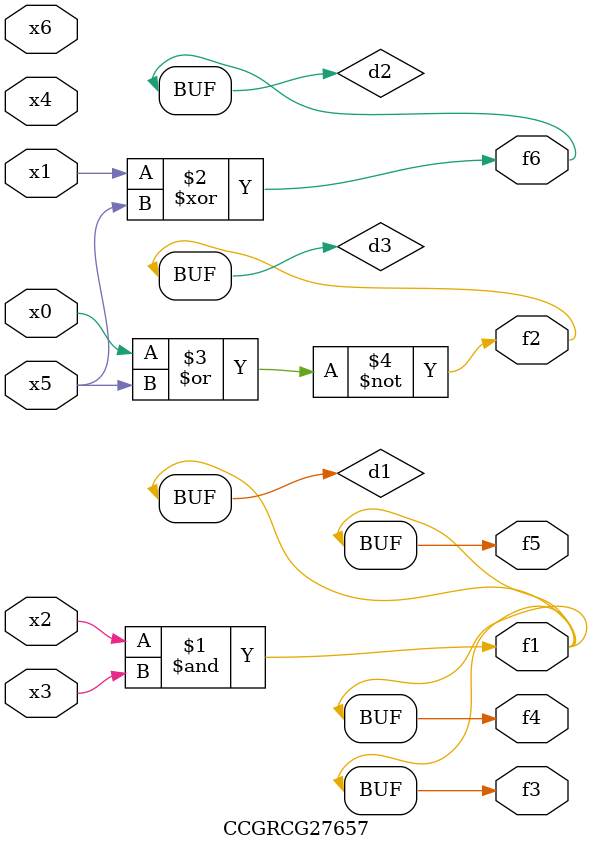
<source format=v>
module CCGRCG27657(
	input x0, x1, x2, x3, x4, x5, x6,
	output f1, f2, f3, f4, f5, f6
);

	wire d1, d2, d3;

	and (d1, x2, x3);
	xor (d2, x1, x5);
	nor (d3, x0, x5);
	assign f1 = d1;
	assign f2 = d3;
	assign f3 = d1;
	assign f4 = d1;
	assign f5 = d1;
	assign f6 = d2;
endmodule

</source>
